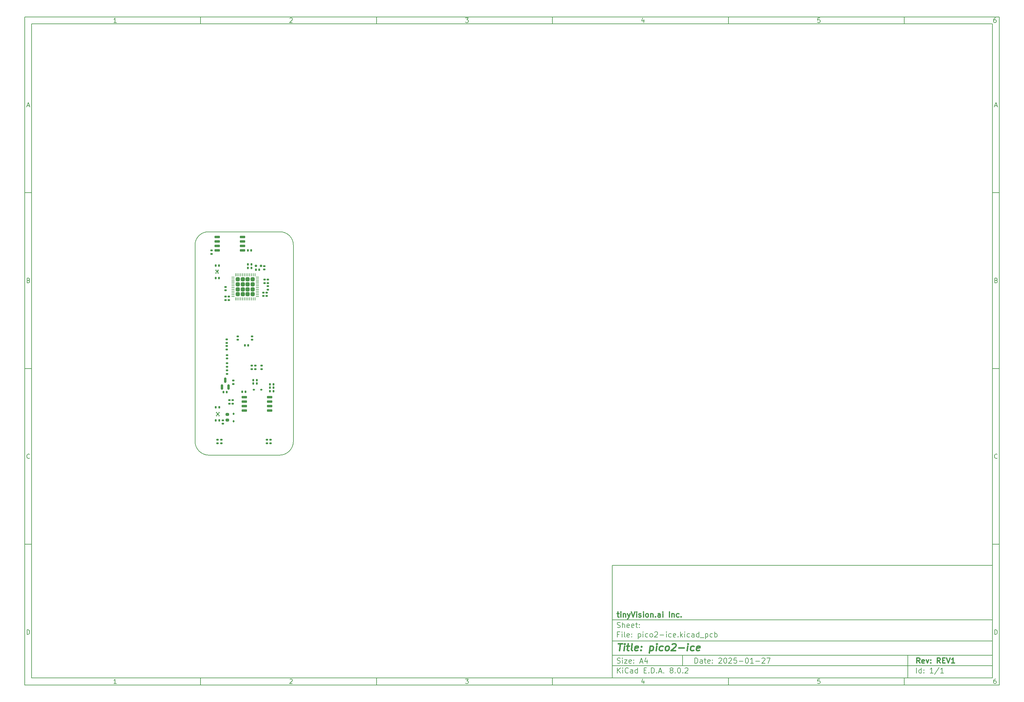
<source format=gbr>
%TF.GenerationSoftware,KiCad,Pcbnew,8.0.2*%
%TF.CreationDate,2025-02-02T23:53:12+05:30*%
%TF.ProjectId,pico2-ice,7069636f-322d-4696-9365-2e6b69636164,REV1*%
%TF.SameCoordinates,Original*%
%TF.FileFunction,Paste,Bot*%
%TF.FilePolarity,Positive*%
%FSLAX46Y46*%
G04 Gerber Fmt 4.6, Leading zero omitted, Abs format (unit mm)*
G04 Created by KiCad (PCBNEW 8.0.2) date 2025-02-02 23:53:12*
%MOMM*%
%LPD*%
G01*
G04 APERTURE LIST*
G04 Aperture macros list*
%AMRoundRect*
0 Rectangle with rounded corners*
0 $1 Rounding radius*
0 $2 $3 $4 $5 $6 $7 $8 $9 X,Y pos of 4 corners*
0 Add a 4 corners polygon primitive as box body*
4,1,4,$2,$3,$4,$5,$6,$7,$8,$9,$2,$3,0*
0 Add four circle primitives for the rounded corners*
1,1,$1+$1,$2,$3*
1,1,$1+$1,$4,$5*
1,1,$1+$1,$6,$7*
1,1,$1+$1,$8,$9*
0 Add four rect primitives between the rounded corners*
20,1,$1+$1,$2,$3,$4,$5,0*
20,1,$1+$1,$4,$5,$6,$7,0*
20,1,$1+$1,$6,$7,$8,$9,0*
20,1,$1+$1,$8,$9,$2,$3,0*%
%AMRotRect*
0 Rectangle, with rotation*
0 The origin of the aperture is its center*
0 $1 length*
0 $2 width*
0 $3 Rotation angle, in degrees counterclockwise*
0 Add horizontal line*
21,1,$1,$2,0,0,$3*%
%AMFreePoly0*
4,1,6,0.130000,-0.115000,-0.020000,-0.275000,-0.130000,-0.275000,-0.130000,0.115000,0.130000,0.115000,0.130000,-0.115000,0.130000,-0.115000,$1*%
%AMFreePoly1*
4,1,6,0.130000,-0.275000,0.020000,-0.275000,-0.130000,-0.115000,-0.130000,0.115000,0.130000,0.115000,0.130000,-0.275000,0.130000,-0.275000,$1*%
G04 Aperture macros list end*
%ADD10C,0.100000*%
%ADD11C,0.150000*%
%ADD12C,0.300000*%
%ADD13C,0.400000*%
%ADD14RoundRect,0.140000X0.140000X0.170000X-0.140000X0.170000X-0.140000X-0.170000X0.140000X-0.170000X0*%
%ADD15RoundRect,0.135000X0.135000X0.185000X-0.135000X0.185000X-0.135000X-0.185000X0.135000X-0.185000X0*%
%ADD16RoundRect,0.140000X0.170000X-0.140000X0.170000X0.140000X-0.170000X0.140000X-0.170000X-0.140000X0*%
%ADD17RoundRect,0.200000X0.275000X-0.200000X0.275000X0.200000X-0.275000X0.200000X-0.275000X-0.200000X0*%
%ADD18RoundRect,0.140000X-0.170000X0.140000X-0.170000X-0.140000X0.170000X-0.140000X0.170000X0.140000X0*%
%ADD19RoundRect,0.140000X-0.140000X-0.170000X0.140000X-0.170000X0.140000X0.170000X-0.140000X0.170000X0*%
%ADD20RoundRect,0.135000X-0.135000X-0.185000X0.135000X-0.185000X0.135000X0.185000X-0.135000X0.185000X0*%
%ADD21RoundRect,0.150000X-0.650000X-0.150000X0.650000X-0.150000X0.650000X0.150000X-0.650000X0.150000X0*%
%ADD22RoundRect,0.135000X0.185000X-0.135000X0.185000X0.135000X-0.185000X0.135000X-0.185000X-0.135000X0*%
%ADD23RoundRect,0.135000X-0.185000X0.135000X-0.185000X-0.135000X0.185000X-0.135000X0.185000X0.135000X0*%
%ADD24RoundRect,0.150000X0.650000X0.150000X-0.650000X0.150000X-0.650000X-0.150000X0.650000X-0.150000X0*%
%ADD25RoundRect,0.112500X-0.112500X0.187500X-0.112500X-0.187500X0.112500X-0.187500X0.112500X0.187500X0*%
%ADD26RoundRect,0.150000X0.150000X-0.587500X0.150000X0.587500X-0.150000X0.587500X-0.150000X-0.587500X0*%
%ADD27RoundRect,0.112500X0.187500X0.112500X-0.187500X0.112500X-0.187500X-0.112500X0.187500X-0.112500X0*%
%ADD28RoundRect,0.150000X0.150000X0.200000X-0.150000X0.200000X-0.150000X-0.200000X0.150000X-0.200000X0*%
%ADD29RoundRect,0.250000X-0.315000X-0.315000X0.315000X-0.315000X0.315000X0.315000X-0.315000X0.315000X0*%
%ADD30RoundRect,0.062500X-0.375000X-0.062500X0.375000X-0.062500X0.375000X0.062500X-0.375000X0.062500X0*%
%ADD31RoundRect,0.062500X-0.062500X-0.375000X0.062500X-0.375000X0.062500X0.375000X-0.062500X0.375000X0*%
%ADD32FreePoly0,180.000000*%
%ADD33FreePoly1,180.000000*%
%ADD34FreePoly0,0.000000*%
%ADD35FreePoly1,0.000000*%
%ADD36RotRect,0.520000X0.520000X315.000000*%
%ADD37RotRect,0.520000X0.520000X135.000000*%
%TA.AperFunction,Profile*%
%ADD38C,0.127000*%
%TD*%
G04 APERTURE END LIST*
D10*
D11*
X177002200Y-166007200D02*
X285002200Y-166007200D01*
X285002200Y-198007200D01*
X177002200Y-198007200D01*
X177002200Y-166007200D01*
D10*
D11*
X10000000Y-10000000D02*
X287002200Y-10000000D01*
X287002200Y-200007200D01*
X10000000Y-200007200D01*
X10000000Y-10000000D01*
D10*
D11*
X12000000Y-12000000D02*
X285002200Y-12000000D01*
X285002200Y-198007200D01*
X12000000Y-198007200D01*
X12000000Y-12000000D01*
D10*
D11*
X60000000Y-12000000D02*
X60000000Y-10000000D01*
D10*
D11*
X110000000Y-12000000D02*
X110000000Y-10000000D01*
D10*
D11*
X160000000Y-12000000D02*
X160000000Y-10000000D01*
D10*
D11*
X210000000Y-12000000D02*
X210000000Y-10000000D01*
D10*
D11*
X260000000Y-12000000D02*
X260000000Y-10000000D01*
D10*
D11*
X36089160Y-11593604D02*
X35346303Y-11593604D01*
X35717731Y-11593604D02*
X35717731Y-10293604D01*
X35717731Y-10293604D02*
X35593922Y-10479319D01*
X35593922Y-10479319D02*
X35470112Y-10603128D01*
X35470112Y-10603128D02*
X35346303Y-10665033D01*
D10*
D11*
X85346303Y-10417414D02*
X85408207Y-10355509D01*
X85408207Y-10355509D02*
X85532017Y-10293604D01*
X85532017Y-10293604D02*
X85841541Y-10293604D01*
X85841541Y-10293604D02*
X85965350Y-10355509D01*
X85965350Y-10355509D02*
X86027255Y-10417414D01*
X86027255Y-10417414D02*
X86089160Y-10541223D01*
X86089160Y-10541223D02*
X86089160Y-10665033D01*
X86089160Y-10665033D02*
X86027255Y-10850747D01*
X86027255Y-10850747D02*
X85284398Y-11593604D01*
X85284398Y-11593604D02*
X86089160Y-11593604D01*
D10*
D11*
X135284398Y-10293604D02*
X136089160Y-10293604D01*
X136089160Y-10293604D02*
X135655826Y-10788842D01*
X135655826Y-10788842D02*
X135841541Y-10788842D01*
X135841541Y-10788842D02*
X135965350Y-10850747D01*
X135965350Y-10850747D02*
X136027255Y-10912652D01*
X136027255Y-10912652D02*
X136089160Y-11036461D01*
X136089160Y-11036461D02*
X136089160Y-11345985D01*
X136089160Y-11345985D02*
X136027255Y-11469795D01*
X136027255Y-11469795D02*
X135965350Y-11531700D01*
X135965350Y-11531700D02*
X135841541Y-11593604D01*
X135841541Y-11593604D02*
X135470112Y-11593604D01*
X135470112Y-11593604D02*
X135346303Y-11531700D01*
X135346303Y-11531700D02*
X135284398Y-11469795D01*
D10*
D11*
X185965350Y-10726938D02*
X185965350Y-11593604D01*
X185655826Y-10231700D02*
X185346303Y-11160271D01*
X185346303Y-11160271D02*
X186151064Y-11160271D01*
D10*
D11*
X236027255Y-10293604D02*
X235408207Y-10293604D01*
X235408207Y-10293604D02*
X235346303Y-10912652D01*
X235346303Y-10912652D02*
X235408207Y-10850747D01*
X235408207Y-10850747D02*
X235532017Y-10788842D01*
X235532017Y-10788842D02*
X235841541Y-10788842D01*
X235841541Y-10788842D02*
X235965350Y-10850747D01*
X235965350Y-10850747D02*
X236027255Y-10912652D01*
X236027255Y-10912652D02*
X236089160Y-11036461D01*
X236089160Y-11036461D02*
X236089160Y-11345985D01*
X236089160Y-11345985D02*
X236027255Y-11469795D01*
X236027255Y-11469795D02*
X235965350Y-11531700D01*
X235965350Y-11531700D02*
X235841541Y-11593604D01*
X235841541Y-11593604D02*
X235532017Y-11593604D01*
X235532017Y-11593604D02*
X235408207Y-11531700D01*
X235408207Y-11531700D02*
X235346303Y-11469795D01*
D10*
D11*
X285965350Y-10293604D02*
X285717731Y-10293604D01*
X285717731Y-10293604D02*
X285593922Y-10355509D01*
X285593922Y-10355509D02*
X285532017Y-10417414D01*
X285532017Y-10417414D02*
X285408207Y-10603128D01*
X285408207Y-10603128D02*
X285346303Y-10850747D01*
X285346303Y-10850747D02*
X285346303Y-11345985D01*
X285346303Y-11345985D02*
X285408207Y-11469795D01*
X285408207Y-11469795D02*
X285470112Y-11531700D01*
X285470112Y-11531700D02*
X285593922Y-11593604D01*
X285593922Y-11593604D02*
X285841541Y-11593604D01*
X285841541Y-11593604D02*
X285965350Y-11531700D01*
X285965350Y-11531700D02*
X286027255Y-11469795D01*
X286027255Y-11469795D02*
X286089160Y-11345985D01*
X286089160Y-11345985D02*
X286089160Y-11036461D01*
X286089160Y-11036461D02*
X286027255Y-10912652D01*
X286027255Y-10912652D02*
X285965350Y-10850747D01*
X285965350Y-10850747D02*
X285841541Y-10788842D01*
X285841541Y-10788842D02*
X285593922Y-10788842D01*
X285593922Y-10788842D02*
X285470112Y-10850747D01*
X285470112Y-10850747D02*
X285408207Y-10912652D01*
X285408207Y-10912652D02*
X285346303Y-11036461D01*
D10*
D11*
X60000000Y-198007200D02*
X60000000Y-200007200D01*
D10*
D11*
X110000000Y-198007200D02*
X110000000Y-200007200D01*
D10*
D11*
X160000000Y-198007200D02*
X160000000Y-200007200D01*
D10*
D11*
X210000000Y-198007200D02*
X210000000Y-200007200D01*
D10*
D11*
X260000000Y-198007200D02*
X260000000Y-200007200D01*
D10*
D11*
X36089160Y-199600804D02*
X35346303Y-199600804D01*
X35717731Y-199600804D02*
X35717731Y-198300804D01*
X35717731Y-198300804D02*
X35593922Y-198486519D01*
X35593922Y-198486519D02*
X35470112Y-198610328D01*
X35470112Y-198610328D02*
X35346303Y-198672233D01*
D10*
D11*
X85346303Y-198424614D02*
X85408207Y-198362709D01*
X85408207Y-198362709D02*
X85532017Y-198300804D01*
X85532017Y-198300804D02*
X85841541Y-198300804D01*
X85841541Y-198300804D02*
X85965350Y-198362709D01*
X85965350Y-198362709D02*
X86027255Y-198424614D01*
X86027255Y-198424614D02*
X86089160Y-198548423D01*
X86089160Y-198548423D02*
X86089160Y-198672233D01*
X86089160Y-198672233D02*
X86027255Y-198857947D01*
X86027255Y-198857947D02*
X85284398Y-199600804D01*
X85284398Y-199600804D02*
X86089160Y-199600804D01*
D10*
D11*
X135284398Y-198300804D02*
X136089160Y-198300804D01*
X136089160Y-198300804D02*
X135655826Y-198796042D01*
X135655826Y-198796042D02*
X135841541Y-198796042D01*
X135841541Y-198796042D02*
X135965350Y-198857947D01*
X135965350Y-198857947D02*
X136027255Y-198919852D01*
X136027255Y-198919852D02*
X136089160Y-199043661D01*
X136089160Y-199043661D02*
X136089160Y-199353185D01*
X136089160Y-199353185D02*
X136027255Y-199476995D01*
X136027255Y-199476995D02*
X135965350Y-199538900D01*
X135965350Y-199538900D02*
X135841541Y-199600804D01*
X135841541Y-199600804D02*
X135470112Y-199600804D01*
X135470112Y-199600804D02*
X135346303Y-199538900D01*
X135346303Y-199538900D02*
X135284398Y-199476995D01*
D10*
D11*
X185965350Y-198734138D02*
X185965350Y-199600804D01*
X185655826Y-198238900D02*
X185346303Y-199167471D01*
X185346303Y-199167471D02*
X186151064Y-199167471D01*
D10*
D11*
X236027255Y-198300804D02*
X235408207Y-198300804D01*
X235408207Y-198300804D02*
X235346303Y-198919852D01*
X235346303Y-198919852D02*
X235408207Y-198857947D01*
X235408207Y-198857947D02*
X235532017Y-198796042D01*
X235532017Y-198796042D02*
X235841541Y-198796042D01*
X235841541Y-198796042D02*
X235965350Y-198857947D01*
X235965350Y-198857947D02*
X236027255Y-198919852D01*
X236027255Y-198919852D02*
X236089160Y-199043661D01*
X236089160Y-199043661D02*
X236089160Y-199353185D01*
X236089160Y-199353185D02*
X236027255Y-199476995D01*
X236027255Y-199476995D02*
X235965350Y-199538900D01*
X235965350Y-199538900D02*
X235841541Y-199600804D01*
X235841541Y-199600804D02*
X235532017Y-199600804D01*
X235532017Y-199600804D02*
X235408207Y-199538900D01*
X235408207Y-199538900D02*
X235346303Y-199476995D01*
D10*
D11*
X285965350Y-198300804D02*
X285717731Y-198300804D01*
X285717731Y-198300804D02*
X285593922Y-198362709D01*
X285593922Y-198362709D02*
X285532017Y-198424614D01*
X285532017Y-198424614D02*
X285408207Y-198610328D01*
X285408207Y-198610328D02*
X285346303Y-198857947D01*
X285346303Y-198857947D02*
X285346303Y-199353185D01*
X285346303Y-199353185D02*
X285408207Y-199476995D01*
X285408207Y-199476995D02*
X285470112Y-199538900D01*
X285470112Y-199538900D02*
X285593922Y-199600804D01*
X285593922Y-199600804D02*
X285841541Y-199600804D01*
X285841541Y-199600804D02*
X285965350Y-199538900D01*
X285965350Y-199538900D02*
X286027255Y-199476995D01*
X286027255Y-199476995D02*
X286089160Y-199353185D01*
X286089160Y-199353185D02*
X286089160Y-199043661D01*
X286089160Y-199043661D02*
X286027255Y-198919852D01*
X286027255Y-198919852D02*
X285965350Y-198857947D01*
X285965350Y-198857947D02*
X285841541Y-198796042D01*
X285841541Y-198796042D02*
X285593922Y-198796042D01*
X285593922Y-198796042D02*
X285470112Y-198857947D01*
X285470112Y-198857947D02*
X285408207Y-198919852D01*
X285408207Y-198919852D02*
X285346303Y-199043661D01*
D10*
D11*
X10000000Y-60000000D02*
X12000000Y-60000000D01*
D10*
D11*
X10000000Y-110000000D02*
X12000000Y-110000000D01*
D10*
D11*
X10000000Y-160000000D02*
X12000000Y-160000000D01*
D10*
D11*
X10690476Y-35222176D02*
X11309523Y-35222176D01*
X10566666Y-35593604D02*
X10999999Y-34293604D01*
X10999999Y-34293604D02*
X11433333Y-35593604D01*
D10*
D11*
X11092857Y-84912652D02*
X11278571Y-84974557D01*
X11278571Y-84974557D02*
X11340476Y-85036461D01*
X11340476Y-85036461D02*
X11402380Y-85160271D01*
X11402380Y-85160271D02*
X11402380Y-85345985D01*
X11402380Y-85345985D02*
X11340476Y-85469795D01*
X11340476Y-85469795D02*
X11278571Y-85531700D01*
X11278571Y-85531700D02*
X11154761Y-85593604D01*
X11154761Y-85593604D02*
X10659523Y-85593604D01*
X10659523Y-85593604D02*
X10659523Y-84293604D01*
X10659523Y-84293604D02*
X11092857Y-84293604D01*
X11092857Y-84293604D02*
X11216666Y-84355509D01*
X11216666Y-84355509D02*
X11278571Y-84417414D01*
X11278571Y-84417414D02*
X11340476Y-84541223D01*
X11340476Y-84541223D02*
X11340476Y-84665033D01*
X11340476Y-84665033D02*
X11278571Y-84788842D01*
X11278571Y-84788842D02*
X11216666Y-84850747D01*
X11216666Y-84850747D02*
X11092857Y-84912652D01*
X11092857Y-84912652D02*
X10659523Y-84912652D01*
D10*
D11*
X11402380Y-135469795D02*
X11340476Y-135531700D01*
X11340476Y-135531700D02*
X11154761Y-135593604D01*
X11154761Y-135593604D02*
X11030952Y-135593604D01*
X11030952Y-135593604D02*
X10845238Y-135531700D01*
X10845238Y-135531700D02*
X10721428Y-135407890D01*
X10721428Y-135407890D02*
X10659523Y-135284080D01*
X10659523Y-135284080D02*
X10597619Y-135036461D01*
X10597619Y-135036461D02*
X10597619Y-134850747D01*
X10597619Y-134850747D02*
X10659523Y-134603128D01*
X10659523Y-134603128D02*
X10721428Y-134479319D01*
X10721428Y-134479319D02*
X10845238Y-134355509D01*
X10845238Y-134355509D02*
X11030952Y-134293604D01*
X11030952Y-134293604D02*
X11154761Y-134293604D01*
X11154761Y-134293604D02*
X11340476Y-134355509D01*
X11340476Y-134355509D02*
X11402380Y-134417414D01*
D10*
D11*
X10659523Y-185593604D02*
X10659523Y-184293604D01*
X10659523Y-184293604D02*
X10969047Y-184293604D01*
X10969047Y-184293604D02*
X11154761Y-184355509D01*
X11154761Y-184355509D02*
X11278571Y-184479319D01*
X11278571Y-184479319D02*
X11340476Y-184603128D01*
X11340476Y-184603128D02*
X11402380Y-184850747D01*
X11402380Y-184850747D02*
X11402380Y-185036461D01*
X11402380Y-185036461D02*
X11340476Y-185284080D01*
X11340476Y-185284080D02*
X11278571Y-185407890D01*
X11278571Y-185407890D02*
X11154761Y-185531700D01*
X11154761Y-185531700D02*
X10969047Y-185593604D01*
X10969047Y-185593604D02*
X10659523Y-185593604D01*
D10*
D11*
X287002200Y-60000000D02*
X285002200Y-60000000D01*
D10*
D11*
X287002200Y-110000000D02*
X285002200Y-110000000D01*
D10*
D11*
X287002200Y-160000000D02*
X285002200Y-160000000D01*
D10*
D11*
X285692676Y-35222176D02*
X286311723Y-35222176D01*
X285568866Y-35593604D02*
X286002199Y-34293604D01*
X286002199Y-34293604D02*
X286435533Y-35593604D01*
D10*
D11*
X286095057Y-84912652D02*
X286280771Y-84974557D01*
X286280771Y-84974557D02*
X286342676Y-85036461D01*
X286342676Y-85036461D02*
X286404580Y-85160271D01*
X286404580Y-85160271D02*
X286404580Y-85345985D01*
X286404580Y-85345985D02*
X286342676Y-85469795D01*
X286342676Y-85469795D02*
X286280771Y-85531700D01*
X286280771Y-85531700D02*
X286156961Y-85593604D01*
X286156961Y-85593604D02*
X285661723Y-85593604D01*
X285661723Y-85593604D02*
X285661723Y-84293604D01*
X285661723Y-84293604D02*
X286095057Y-84293604D01*
X286095057Y-84293604D02*
X286218866Y-84355509D01*
X286218866Y-84355509D02*
X286280771Y-84417414D01*
X286280771Y-84417414D02*
X286342676Y-84541223D01*
X286342676Y-84541223D02*
X286342676Y-84665033D01*
X286342676Y-84665033D02*
X286280771Y-84788842D01*
X286280771Y-84788842D02*
X286218866Y-84850747D01*
X286218866Y-84850747D02*
X286095057Y-84912652D01*
X286095057Y-84912652D02*
X285661723Y-84912652D01*
D10*
D11*
X286404580Y-135469795D02*
X286342676Y-135531700D01*
X286342676Y-135531700D02*
X286156961Y-135593604D01*
X286156961Y-135593604D02*
X286033152Y-135593604D01*
X286033152Y-135593604D02*
X285847438Y-135531700D01*
X285847438Y-135531700D02*
X285723628Y-135407890D01*
X285723628Y-135407890D02*
X285661723Y-135284080D01*
X285661723Y-135284080D02*
X285599819Y-135036461D01*
X285599819Y-135036461D02*
X285599819Y-134850747D01*
X285599819Y-134850747D02*
X285661723Y-134603128D01*
X285661723Y-134603128D02*
X285723628Y-134479319D01*
X285723628Y-134479319D02*
X285847438Y-134355509D01*
X285847438Y-134355509D02*
X286033152Y-134293604D01*
X286033152Y-134293604D02*
X286156961Y-134293604D01*
X286156961Y-134293604D02*
X286342676Y-134355509D01*
X286342676Y-134355509D02*
X286404580Y-134417414D01*
D10*
D11*
X285661723Y-185593604D02*
X285661723Y-184293604D01*
X285661723Y-184293604D02*
X285971247Y-184293604D01*
X285971247Y-184293604D02*
X286156961Y-184355509D01*
X286156961Y-184355509D02*
X286280771Y-184479319D01*
X286280771Y-184479319D02*
X286342676Y-184603128D01*
X286342676Y-184603128D02*
X286404580Y-184850747D01*
X286404580Y-184850747D02*
X286404580Y-185036461D01*
X286404580Y-185036461D02*
X286342676Y-185284080D01*
X286342676Y-185284080D02*
X286280771Y-185407890D01*
X286280771Y-185407890D02*
X286156961Y-185531700D01*
X286156961Y-185531700D02*
X285971247Y-185593604D01*
X285971247Y-185593604D02*
X285661723Y-185593604D01*
D10*
D11*
X200458026Y-193793328D02*
X200458026Y-192293328D01*
X200458026Y-192293328D02*
X200815169Y-192293328D01*
X200815169Y-192293328D02*
X201029455Y-192364757D01*
X201029455Y-192364757D02*
X201172312Y-192507614D01*
X201172312Y-192507614D02*
X201243741Y-192650471D01*
X201243741Y-192650471D02*
X201315169Y-192936185D01*
X201315169Y-192936185D02*
X201315169Y-193150471D01*
X201315169Y-193150471D02*
X201243741Y-193436185D01*
X201243741Y-193436185D02*
X201172312Y-193579042D01*
X201172312Y-193579042D02*
X201029455Y-193721900D01*
X201029455Y-193721900D02*
X200815169Y-193793328D01*
X200815169Y-193793328D02*
X200458026Y-193793328D01*
X202600884Y-193793328D02*
X202600884Y-193007614D01*
X202600884Y-193007614D02*
X202529455Y-192864757D01*
X202529455Y-192864757D02*
X202386598Y-192793328D01*
X202386598Y-192793328D02*
X202100884Y-192793328D01*
X202100884Y-192793328D02*
X201958026Y-192864757D01*
X202600884Y-193721900D02*
X202458026Y-193793328D01*
X202458026Y-193793328D02*
X202100884Y-193793328D01*
X202100884Y-193793328D02*
X201958026Y-193721900D01*
X201958026Y-193721900D02*
X201886598Y-193579042D01*
X201886598Y-193579042D02*
X201886598Y-193436185D01*
X201886598Y-193436185D02*
X201958026Y-193293328D01*
X201958026Y-193293328D02*
X202100884Y-193221900D01*
X202100884Y-193221900D02*
X202458026Y-193221900D01*
X202458026Y-193221900D02*
X202600884Y-193150471D01*
X203100884Y-192793328D02*
X203672312Y-192793328D01*
X203315169Y-192293328D02*
X203315169Y-193579042D01*
X203315169Y-193579042D02*
X203386598Y-193721900D01*
X203386598Y-193721900D02*
X203529455Y-193793328D01*
X203529455Y-193793328D02*
X203672312Y-193793328D01*
X204743741Y-193721900D02*
X204600884Y-193793328D01*
X204600884Y-193793328D02*
X204315170Y-193793328D01*
X204315170Y-193793328D02*
X204172312Y-193721900D01*
X204172312Y-193721900D02*
X204100884Y-193579042D01*
X204100884Y-193579042D02*
X204100884Y-193007614D01*
X204100884Y-193007614D02*
X204172312Y-192864757D01*
X204172312Y-192864757D02*
X204315170Y-192793328D01*
X204315170Y-192793328D02*
X204600884Y-192793328D01*
X204600884Y-192793328D02*
X204743741Y-192864757D01*
X204743741Y-192864757D02*
X204815170Y-193007614D01*
X204815170Y-193007614D02*
X204815170Y-193150471D01*
X204815170Y-193150471D02*
X204100884Y-193293328D01*
X205458026Y-193650471D02*
X205529455Y-193721900D01*
X205529455Y-193721900D02*
X205458026Y-193793328D01*
X205458026Y-193793328D02*
X205386598Y-193721900D01*
X205386598Y-193721900D02*
X205458026Y-193650471D01*
X205458026Y-193650471D02*
X205458026Y-193793328D01*
X205458026Y-192864757D02*
X205529455Y-192936185D01*
X205529455Y-192936185D02*
X205458026Y-193007614D01*
X205458026Y-193007614D02*
X205386598Y-192936185D01*
X205386598Y-192936185D02*
X205458026Y-192864757D01*
X205458026Y-192864757D02*
X205458026Y-193007614D01*
X207243741Y-192436185D02*
X207315169Y-192364757D01*
X207315169Y-192364757D02*
X207458027Y-192293328D01*
X207458027Y-192293328D02*
X207815169Y-192293328D01*
X207815169Y-192293328D02*
X207958027Y-192364757D01*
X207958027Y-192364757D02*
X208029455Y-192436185D01*
X208029455Y-192436185D02*
X208100884Y-192579042D01*
X208100884Y-192579042D02*
X208100884Y-192721900D01*
X208100884Y-192721900D02*
X208029455Y-192936185D01*
X208029455Y-192936185D02*
X207172312Y-193793328D01*
X207172312Y-193793328D02*
X208100884Y-193793328D01*
X209029455Y-192293328D02*
X209172312Y-192293328D01*
X209172312Y-192293328D02*
X209315169Y-192364757D01*
X209315169Y-192364757D02*
X209386598Y-192436185D01*
X209386598Y-192436185D02*
X209458026Y-192579042D01*
X209458026Y-192579042D02*
X209529455Y-192864757D01*
X209529455Y-192864757D02*
X209529455Y-193221900D01*
X209529455Y-193221900D02*
X209458026Y-193507614D01*
X209458026Y-193507614D02*
X209386598Y-193650471D01*
X209386598Y-193650471D02*
X209315169Y-193721900D01*
X209315169Y-193721900D02*
X209172312Y-193793328D01*
X209172312Y-193793328D02*
X209029455Y-193793328D01*
X209029455Y-193793328D02*
X208886598Y-193721900D01*
X208886598Y-193721900D02*
X208815169Y-193650471D01*
X208815169Y-193650471D02*
X208743740Y-193507614D01*
X208743740Y-193507614D02*
X208672312Y-193221900D01*
X208672312Y-193221900D02*
X208672312Y-192864757D01*
X208672312Y-192864757D02*
X208743740Y-192579042D01*
X208743740Y-192579042D02*
X208815169Y-192436185D01*
X208815169Y-192436185D02*
X208886598Y-192364757D01*
X208886598Y-192364757D02*
X209029455Y-192293328D01*
X210100883Y-192436185D02*
X210172311Y-192364757D01*
X210172311Y-192364757D02*
X210315169Y-192293328D01*
X210315169Y-192293328D02*
X210672311Y-192293328D01*
X210672311Y-192293328D02*
X210815169Y-192364757D01*
X210815169Y-192364757D02*
X210886597Y-192436185D01*
X210886597Y-192436185D02*
X210958026Y-192579042D01*
X210958026Y-192579042D02*
X210958026Y-192721900D01*
X210958026Y-192721900D02*
X210886597Y-192936185D01*
X210886597Y-192936185D02*
X210029454Y-193793328D01*
X210029454Y-193793328D02*
X210958026Y-193793328D01*
X212315168Y-192293328D02*
X211600882Y-192293328D01*
X211600882Y-192293328D02*
X211529454Y-193007614D01*
X211529454Y-193007614D02*
X211600882Y-192936185D01*
X211600882Y-192936185D02*
X211743740Y-192864757D01*
X211743740Y-192864757D02*
X212100882Y-192864757D01*
X212100882Y-192864757D02*
X212243740Y-192936185D01*
X212243740Y-192936185D02*
X212315168Y-193007614D01*
X212315168Y-193007614D02*
X212386597Y-193150471D01*
X212386597Y-193150471D02*
X212386597Y-193507614D01*
X212386597Y-193507614D02*
X212315168Y-193650471D01*
X212315168Y-193650471D02*
X212243740Y-193721900D01*
X212243740Y-193721900D02*
X212100882Y-193793328D01*
X212100882Y-193793328D02*
X211743740Y-193793328D01*
X211743740Y-193793328D02*
X211600882Y-193721900D01*
X211600882Y-193721900D02*
X211529454Y-193650471D01*
X213029453Y-193221900D02*
X214172311Y-193221900D01*
X215172311Y-192293328D02*
X215315168Y-192293328D01*
X215315168Y-192293328D02*
X215458025Y-192364757D01*
X215458025Y-192364757D02*
X215529454Y-192436185D01*
X215529454Y-192436185D02*
X215600882Y-192579042D01*
X215600882Y-192579042D02*
X215672311Y-192864757D01*
X215672311Y-192864757D02*
X215672311Y-193221900D01*
X215672311Y-193221900D02*
X215600882Y-193507614D01*
X215600882Y-193507614D02*
X215529454Y-193650471D01*
X215529454Y-193650471D02*
X215458025Y-193721900D01*
X215458025Y-193721900D02*
X215315168Y-193793328D01*
X215315168Y-193793328D02*
X215172311Y-193793328D01*
X215172311Y-193793328D02*
X215029454Y-193721900D01*
X215029454Y-193721900D02*
X214958025Y-193650471D01*
X214958025Y-193650471D02*
X214886596Y-193507614D01*
X214886596Y-193507614D02*
X214815168Y-193221900D01*
X214815168Y-193221900D02*
X214815168Y-192864757D01*
X214815168Y-192864757D02*
X214886596Y-192579042D01*
X214886596Y-192579042D02*
X214958025Y-192436185D01*
X214958025Y-192436185D02*
X215029454Y-192364757D01*
X215029454Y-192364757D02*
X215172311Y-192293328D01*
X217100882Y-193793328D02*
X216243739Y-193793328D01*
X216672310Y-193793328D02*
X216672310Y-192293328D01*
X216672310Y-192293328D02*
X216529453Y-192507614D01*
X216529453Y-192507614D02*
X216386596Y-192650471D01*
X216386596Y-192650471D02*
X216243739Y-192721900D01*
X217743738Y-193221900D02*
X218886596Y-193221900D01*
X219529453Y-192436185D02*
X219600881Y-192364757D01*
X219600881Y-192364757D02*
X219743739Y-192293328D01*
X219743739Y-192293328D02*
X220100881Y-192293328D01*
X220100881Y-192293328D02*
X220243739Y-192364757D01*
X220243739Y-192364757D02*
X220315167Y-192436185D01*
X220315167Y-192436185D02*
X220386596Y-192579042D01*
X220386596Y-192579042D02*
X220386596Y-192721900D01*
X220386596Y-192721900D02*
X220315167Y-192936185D01*
X220315167Y-192936185D02*
X219458024Y-193793328D01*
X219458024Y-193793328D02*
X220386596Y-193793328D01*
X220886595Y-192293328D02*
X221886595Y-192293328D01*
X221886595Y-192293328D02*
X221243738Y-193793328D01*
D10*
D11*
X177002200Y-194507200D02*
X285002200Y-194507200D01*
D10*
D11*
X178458026Y-196593328D02*
X178458026Y-195093328D01*
X179315169Y-196593328D02*
X178672312Y-195736185D01*
X179315169Y-195093328D02*
X178458026Y-195950471D01*
X179958026Y-196593328D02*
X179958026Y-195593328D01*
X179958026Y-195093328D02*
X179886598Y-195164757D01*
X179886598Y-195164757D02*
X179958026Y-195236185D01*
X179958026Y-195236185D02*
X180029455Y-195164757D01*
X180029455Y-195164757D02*
X179958026Y-195093328D01*
X179958026Y-195093328D02*
X179958026Y-195236185D01*
X181529455Y-196450471D02*
X181458027Y-196521900D01*
X181458027Y-196521900D02*
X181243741Y-196593328D01*
X181243741Y-196593328D02*
X181100884Y-196593328D01*
X181100884Y-196593328D02*
X180886598Y-196521900D01*
X180886598Y-196521900D02*
X180743741Y-196379042D01*
X180743741Y-196379042D02*
X180672312Y-196236185D01*
X180672312Y-196236185D02*
X180600884Y-195950471D01*
X180600884Y-195950471D02*
X180600884Y-195736185D01*
X180600884Y-195736185D02*
X180672312Y-195450471D01*
X180672312Y-195450471D02*
X180743741Y-195307614D01*
X180743741Y-195307614D02*
X180886598Y-195164757D01*
X180886598Y-195164757D02*
X181100884Y-195093328D01*
X181100884Y-195093328D02*
X181243741Y-195093328D01*
X181243741Y-195093328D02*
X181458027Y-195164757D01*
X181458027Y-195164757D02*
X181529455Y-195236185D01*
X182815170Y-196593328D02*
X182815170Y-195807614D01*
X182815170Y-195807614D02*
X182743741Y-195664757D01*
X182743741Y-195664757D02*
X182600884Y-195593328D01*
X182600884Y-195593328D02*
X182315170Y-195593328D01*
X182315170Y-195593328D02*
X182172312Y-195664757D01*
X182815170Y-196521900D02*
X182672312Y-196593328D01*
X182672312Y-196593328D02*
X182315170Y-196593328D01*
X182315170Y-196593328D02*
X182172312Y-196521900D01*
X182172312Y-196521900D02*
X182100884Y-196379042D01*
X182100884Y-196379042D02*
X182100884Y-196236185D01*
X182100884Y-196236185D02*
X182172312Y-196093328D01*
X182172312Y-196093328D02*
X182315170Y-196021900D01*
X182315170Y-196021900D02*
X182672312Y-196021900D01*
X182672312Y-196021900D02*
X182815170Y-195950471D01*
X184172313Y-196593328D02*
X184172313Y-195093328D01*
X184172313Y-196521900D02*
X184029455Y-196593328D01*
X184029455Y-196593328D02*
X183743741Y-196593328D01*
X183743741Y-196593328D02*
X183600884Y-196521900D01*
X183600884Y-196521900D02*
X183529455Y-196450471D01*
X183529455Y-196450471D02*
X183458027Y-196307614D01*
X183458027Y-196307614D02*
X183458027Y-195879042D01*
X183458027Y-195879042D02*
X183529455Y-195736185D01*
X183529455Y-195736185D02*
X183600884Y-195664757D01*
X183600884Y-195664757D02*
X183743741Y-195593328D01*
X183743741Y-195593328D02*
X184029455Y-195593328D01*
X184029455Y-195593328D02*
X184172313Y-195664757D01*
X186029455Y-195807614D02*
X186529455Y-195807614D01*
X186743741Y-196593328D02*
X186029455Y-196593328D01*
X186029455Y-196593328D02*
X186029455Y-195093328D01*
X186029455Y-195093328D02*
X186743741Y-195093328D01*
X187386598Y-196450471D02*
X187458027Y-196521900D01*
X187458027Y-196521900D02*
X187386598Y-196593328D01*
X187386598Y-196593328D02*
X187315170Y-196521900D01*
X187315170Y-196521900D02*
X187386598Y-196450471D01*
X187386598Y-196450471D02*
X187386598Y-196593328D01*
X188100884Y-196593328D02*
X188100884Y-195093328D01*
X188100884Y-195093328D02*
X188458027Y-195093328D01*
X188458027Y-195093328D02*
X188672313Y-195164757D01*
X188672313Y-195164757D02*
X188815170Y-195307614D01*
X188815170Y-195307614D02*
X188886599Y-195450471D01*
X188886599Y-195450471D02*
X188958027Y-195736185D01*
X188958027Y-195736185D02*
X188958027Y-195950471D01*
X188958027Y-195950471D02*
X188886599Y-196236185D01*
X188886599Y-196236185D02*
X188815170Y-196379042D01*
X188815170Y-196379042D02*
X188672313Y-196521900D01*
X188672313Y-196521900D02*
X188458027Y-196593328D01*
X188458027Y-196593328D02*
X188100884Y-196593328D01*
X189600884Y-196450471D02*
X189672313Y-196521900D01*
X189672313Y-196521900D02*
X189600884Y-196593328D01*
X189600884Y-196593328D02*
X189529456Y-196521900D01*
X189529456Y-196521900D02*
X189600884Y-196450471D01*
X189600884Y-196450471D02*
X189600884Y-196593328D01*
X190243742Y-196164757D02*
X190958028Y-196164757D01*
X190100885Y-196593328D02*
X190600885Y-195093328D01*
X190600885Y-195093328D02*
X191100885Y-196593328D01*
X191600884Y-196450471D02*
X191672313Y-196521900D01*
X191672313Y-196521900D02*
X191600884Y-196593328D01*
X191600884Y-196593328D02*
X191529456Y-196521900D01*
X191529456Y-196521900D02*
X191600884Y-196450471D01*
X191600884Y-196450471D02*
X191600884Y-196593328D01*
X193672313Y-195736185D02*
X193529456Y-195664757D01*
X193529456Y-195664757D02*
X193458027Y-195593328D01*
X193458027Y-195593328D02*
X193386599Y-195450471D01*
X193386599Y-195450471D02*
X193386599Y-195379042D01*
X193386599Y-195379042D02*
X193458027Y-195236185D01*
X193458027Y-195236185D02*
X193529456Y-195164757D01*
X193529456Y-195164757D02*
X193672313Y-195093328D01*
X193672313Y-195093328D02*
X193958027Y-195093328D01*
X193958027Y-195093328D02*
X194100885Y-195164757D01*
X194100885Y-195164757D02*
X194172313Y-195236185D01*
X194172313Y-195236185D02*
X194243742Y-195379042D01*
X194243742Y-195379042D02*
X194243742Y-195450471D01*
X194243742Y-195450471D02*
X194172313Y-195593328D01*
X194172313Y-195593328D02*
X194100885Y-195664757D01*
X194100885Y-195664757D02*
X193958027Y-195736185D01*
X193958027Y-195736185D02*
X193672313Y-195736185D01*
X193672313Y-195736185D02*
X193529456Y-195807614D01*
X193529456Y-195807614D02*
X193458027Y-195879042D01*
X193458027Y-195879042D02*
X193386599Y-196021900D01*
X193386599Y-196021900D02*
X193386599Y-196307614D01*
X193386599Y-196307614D02*
X193458027Y-196450471D01*
X193458027Y-196450471D02*
X193529456Y-196521900D01*
X193529456Y-196521900D02*
X193672313Y-196593328D01*
X193672313Y-196593328D02*
X193958027Y-196593328D01*
X193958027Y-196593328D02*
X194100885Y-196521900D01*
X194100885Y-196521900D02*
X194172313Y-196450471D01*
X194172313Y-196450471D02*
X194243742Y-196307614D01*
X194243742Y-196307614D02*
X194243742Y-196021900D01*
X194243742Y-196021900D02*
X194172313Y-195879042D01*
X194172313Y-195879042D02*
X194100885Y-195807614D01*
X194100885Y-195807614D02*
X193958027Y-195736185D01*
X194886598Y-196450471D02*
X194958027Y-196521900D01*
X194958027Y-196521900D02*
X194886598Y-196593328D01*
X194886598Y-196593328D02*
X194815170Y-196521900D01*
X194815170Y-196521900D02*
X194886598Y-196450471D01*
X194886598Y-196450471D02*
X194886598Y-196593328D01*
X195886599Y-195093328D02*
X196029456Y-195093328D01*
X196029456Y-195093328D02*
X196172313Y-195164757D01*
X196172313Y-195164757D02*
X196243742Y-195236185D01*
X196243742Y-195236185D02*
X196315170Y-195379042D01*
X196315170Y-195379042D02*
X196386599Y-195664757D01*
X196386599Y-195664757D02*
X196386599Y-196021900D01*
X196386599Y-196021900D02*
X196315170Y-196307614D01*
X196315170Y-196307614D02*
X196243742Y-196450471D01*
X196243742Y-196450471D02*
X196172313Y-196521900D01*
X196172313Y-196521900D02*
X196029456Y-196593328D01*
X196029456Y-196593328D02*
X195886599Y-196593328D01*
X195886599Y-196593328D02*
X195743742Y-196521900D01*
X195743742Y-196521900D02*
X195672313Y-196450471D01*
X195672313Y-196450471D02*
X195600884Y-196307614D01*
X195600884Y-196307614D02*
X195529456Y-196021900D01*
X195529456Y-196021900D02*
X195529456Y-195664757D01*
X195529456Y-195664757D02*
X195600884Y-195379042D01*
X195600884Y-195379042D02*
X195672313Y-195236185D01*
X195672313Y-195236185D02*
X195743742Y-195164757D01*
X195743742Y-195164757D02*
X195886599Y-195093328D01*
X197029455Y-196450471D02*
X197100884Y-196521900D01*
X197100884Y-196521900D02*
X197029455Y-196593328D01*
X197029455Y-196593328D02*
X196958027Y-196521900D01*
X196958027Y-196521900D02*
X197029455Y-196450471D01*
X197029455Y-196450471D02*
X197029455Y-196593328D01*
X197672313Y-195236185D02*
X197743741Y-195164757D01*
X197743741Y-195164757D02*
X197886599Y-195093328D01*
X197886599Y-195093328D02*
X198243741Y-195093328D01*
X198243741Y-195093328D02*
X198386599Y-195164757D01*
X198386599Y-195164757D02*
X198458027Y-195236185D01*
X198458027Y-195236185D02*
X198529456Y-195379042D01*
X198529456Y-195379042D02*
X198529456Y-195521900D01*
X198529456Y-195521900D02*
X198458027Y-195736185D01*
X198458027Y-195736185D02*
X197600884Y-196593328D01*
X197600884Y-196593328D02*
X198529456Y-196593328D01*
D10*
D11*
X177002200Y-191507200D02*
X285002200Y-191507200D01*
D10*
D12*
X264413853Y-193785528D02*
X263913853Y-193071242D01*
X263556710Y-193785528D02*
X263556710Y-192285528D01*
X263556710Y-192285528D02*
X264128139Y-192285528D01*
X264128139Y-192285528D02*
X264270996Y-192356957D01*
X264270996Y-192356957D02*
X264342425Y-192428385D01*
X264342425Y-192428385D02*
X264413853Y-192571242D01*
X264413853Y-192571242D02*
X264413853Y-192785528D01*
X264413853Y-192785528D02*
X264342425Y-192928385D01*
X264342425Y-192928385D02*
X264270996Y-192999814D01*
X264270996Y-192999814D02*
X264128139Y-193071242D01*
X264128139Y-193071242D02*
X263556710Y-193071242D01*
X265628139Y-193714100D02*
X265485282Y-193785528D01*
X265485282Y-193785528D02*
X265199568Y-193785528D01*
X265199568Y-193785528D02*
X265056710Y-193714100D01*
X265056710Y-193714100D02*
X264985282Y-193571242D01*
X264985282Y-193571242D02*
X264985282Y-192999814D01*
X264985282Y-192999814D02*
X265056710Y-192856957D01*
X265056710Y-192856957D02*
X265199568Y-192785528D01*
X265199568Y-192785528D02*
X265485282Y-192785528D01*
X265485282Y-192785528D02*
X265628139Y-192856957D01*
X265628139Y-192856957D02*
X265699568Y-192999814D01*
X265699568Y-192999814D02*
X265699568Y-193142671D01*
X265699568Y-193142671D02*
X264985282Y-193285528D01*
X266199567Y-192785528D02*
X266556710Y-193785528D01*
X266556710Y-193785528D02*
X266913853Y-192785528D01*
X267485281Y-193642671D02*
X267556710Y-193714100D01*
X267556710Y-193714100D02*
X267485281Y-193785528D01*
X267485281Y-193785528D02*
X267413853Y-193714100D01*
X267413853Y-193714100D02*
X267485281Y-193642671D01*
X267485281Y-193642671D02*
X267485281Y-193785528D01*
X267485281Y-192856957D02*
X267556710Y-192928385D01*
X267556710Y-192928385D02*
X267485281Y-192999814D01*
X267485281Y-192999814D02*
X267413853Y-192928385D01*
X267413853Y-192928385D02*
X267485281Y-192856957D01*
X267485281Y-192856957D02*
X267485281Y-192999814D01*
X270199567Y-193785528D02*
X269699567Y-193071242D01*
X269342424Y-193785528D02*
X269342424Y-192285528D01*
X269342424Y-192285528D02*
X269913853Y-192285528D01*
X269913853Y-192285528D02*
X270056710Y-192356957D01*
X270056710Y-192356957D02*
X270128139Y-192428385D01*
X270128139Y-192428385D02*
X270199567Y-192571242D01*
X270199567Y-192571242D02*
X270199567Y-192785528D01*
X270199567Y-192785528D02*
X270128139Y-192928385D01*
X270128139Y-192928385D02*
X270056710Y-192999814D01*
X270056710Y-192999814D02*
X269913853Y-193071242D01*
X269913853Y-193071242D02*
X269342424Y-193071242D01*
X270842424Y-192999814D02*
X271342424Y-192999814D01*
X271556710Y-193785528D02*
X270842424Y-193785528D01*
X270842424Y-193785528D02*
X270842424Y-192285528D01*
X270842424Y-192285528D02*
X271556710Y-192285528D01*
X271985282Y-192285528D02*
X272485282Y-193785528D01*
X272485282Y-193785528D02*
X272985282Y-192285528D01*
X274270996Y-193785528D02*
X273413853Y-193785528D01*
X273842424Y-193785528D02*
X273842424Y-192285528D01*
X273842424Y-192285528D02*
X273699567Y-192499814D01*
X273699567Y-192499814D02*
X273556710Y-192642671D01*
X273556710Y-192642671D02*
X273413853Y-192714100D01*
D10*
D11*
X178386598Y-193721900D02*
X178600884Y-193793328D01*
X178600884Y-193793328D02*
X178958026Y-193793328D01*
X178958026Y-193793328D02*
X179100884Y-193721900D01*
X179100884Y-193721900D02*
X179172312Y-193650471D01*
X179172312Y-193650471D02*
X179243741Y-193507614D01*
X179243741Y-193507614D02*
X179243741Y-193364757D01*
X179243741Y-193364757D02*
X179172312Y-193221900D01*
X179172312Y-193221900D02*
X179100884Y-193150471D01*
X179100884Y-193150471D02*
X178958026Y-193079042D01*
X178958026Y-193079042D02*
X178672312Y-193007614D01*
X178672312Y-193007614D02*
X178529455Y-192936185D01*
X178529455Y-192936185D02*
X178458026Y-192864757D01*
X178458026Y-192864757D02*
X178386598Y-192721900D01*
X178386598Y-192721900D02*
X178386598Y-192579042D01*
X178386598Y-192579042D02*
X178458026Y-192436185D01*
X178458026Y-192436185D02*
X178529455Y-192364757D01*
X178529455Y-192364757D02*
X178672312Y-192293328D01*
X178672312Y-192293328D02*
X179029455Y-192293328D01*
X179029455Y-192293328D02*
X179243741Y-192364757D01*
X179886597Y-193793328D02*
X179886597Y-192793328D01*
X179886597Y-192293328D02*
X179815169Y-192364757D01*
X179815169Y-192364757D02*
X179886597Y-192436185D01*
X179886597Y-192436185D02*
X179958026Y-192364757D01*
X179958026Y-192364757D02*
X179886597Y-192293328D01*
X179886597Y-192293328D02*
X179886597Y-192436185D01*
X180458026Y-192793328D02*
X181243741Y-192793328D01*
X181243741Y-192793328D02*
X180458026Y-193793328D01*
X180458026Y-193793328D02*
X181243741Y-193793328D01*
X182386598Y-193721900D02*
X182243741Y-193793328D01*
X182243741Y-193793328D02*
X181958027Y-193793328D01*
X181958027Y-193793328D02*
X181815169Y-193721900D01*
X181815169Y-193721900D02*
X181743741Y-193579042D01*
X181743741Y-193579042D02*
X181743741Y-193007614D01*
X181743741Y-193007614D02*
X181815169Y-192864757D01*
X181815169Y-192864757D02*
X181958027Y-192793328D01*
X181958027Y-192793328D02*
X182243741Y-192793328D01*
X182243741Y-192793328D02*
X182386598Y-192864757D01*
X182386598Y-192864757D02*
X182458027Y-193007614D01*
X182458027Y-193007614D02*
X182458027Y-193150471D01*
X182458027Y-193150471D02*
X181743741Y-193293328D01*
X183100883Y-193650471D02*
X183172312Y-193721900D01*
X183172312Y-193721900D02*
X183100883Y-193793328D01*
X183100883Y-193793328D02*
X183029455Y-193721900D01*
X183029455Y-193721900D02*
X183100883Y-193650471D01*
X183100883Y-193650471D02*
X183100883Y-193793328D01*
X183100883Y-192864757D02*
X183172312Y-192936185D01*
X183172312Y-192936185D02*
X183100883Y-193007614D01*
X183100883Y-193007614D02*
X183029455Y-192936185D01*
X183029455Y-192936185D02*
X183100883Y-192864757D01*
X183100883Y-192864757D02*
X183100883Y-193007614D01*
X184886598Y-193364757D02*
X185600884Y-193364757D01*
X184743741Y-193793328D02*
X185243741Y-192293328D01*
X185243741Y-192293328D02*
X185743741Y-193793328D01*
X186886598Y-192793328D02*
X186886598Y-193793328D01*
X186529455Y-192221900D02*
X186172312Y-193293328D01*
X186172312Y-193293328D02*
X187100883Y-193293328D01*
D10*
D11*
X263458026Y-196593328D02*
X263458026Y-195093328D01*
X264815170Y-196593328D02*
X264815170Y-195093328D01*
X264815170Y-196521900D02*
X264672312Y-196593328D01*
X264672312Y-196593328D02*
X264386598Y-196593328D01*
X264386598Y-196593328D02*
X264243741Y-196521900D01*
X264243741Y-196521900D02*
X264172312Y-196450471D01*
X264172312Y-196450471D02*
X264100884Y-196307614D01*
X264100884Y-196307614D02*
X264100884Y-195879042D01*
X264100884Y-195879042D02*
X264172312Y-195736185D01*
X264172312Y-195736185D02*
X264243741Y-195664757D01*
X264243741Y-195664757D02*
X264386598Y-195593328D01*
X264386598Y-195593328D02*
X264672312Y-195593328D01*
X264672312Y-195593328D02*
X264815170Y-195664757D01*
X265529455Y-196450471D02*
X265600884Y-196521900D01*
X265600884Y-196521900D02*
X265529455Y-196593328D01*
X265529455Y-196593328D02*
X265458027Y-196521900D01*
X265458027Y-196521900D02*
X265529455Y-196450471D01*
X265529455Y-196450471D02*
X265529455Y-196593328D01*
X265529455Y-195664757D02*
X265600884Y-195736185D01*
X265600884Y-195736185D02*
X265529455Y-195807614D01*
X265529455Y-195807614D02*
X265458027Y-195736185D01*
X265458027Y-195736185D02*
X265529455Y-195664757D01*
X265529455Y-195664757D02*
X265529455Y-195807614D01*
X268172313Y-196593328D02*
X267315170Y-196593328D01*
X267743741Y-196593328D02*
X267743741Y-195093328D01*
X267743741Y-195093328D02*
X267600884Y-195307614D01*
X267600884Y-195307614D02*
X267458027Y-195450471D01*
X267458027Y-195450471D02*
X267315170Y-195521900D01*
X269886598Y-195021900D02*
X268600884Y-196950471D01*
X271172313Y-196593328D02*
X270315170Y-196593328D01*
X270743741Y-196593328D02*
X270743741Y-195093328D01*
X270743741Y-195093328D02*
X270600884Y-195307614D01*
X270600884Y-195307614D02*
X270458027Y-195450471D01*
X270458027Y-195450471D02*
X270315170Y-195521900D01*
D10*
D11*
X177002200Y-187507200D02*
X285002200Y-187507200D01*
D10*
D13*
X178693928Y-188211638D02*
X179836785Y-188211638D01*
X179015357Y-190211638D02*
X179265357Y-188211638D01*
X180253452Y-190211638D02*
X180420119Y-188878304D01*
X180503452Y-188211638D02*
X180396309Y-188306876D01*
X180396309Y-188306876D02*
X180479643Y-188402114D01*
X180479643Y-188402114D02*
X180586786Y-188306876D01*
X180586786Y-188306876D02*
X180503452Y-188211638D01*
X180503452Y-188211638D02*
X180479643Y-188402114D01*
X181086786Y-188878304D02*
X181848690Y-188878304D01*
X181455833Y-188211638D02*
X181241548Y-189925923D01*
X181241548Y-189925923D02*
X181312976Y-190116400D01*
X181312976Y-190116400D02*
X181491548Y-190211638D01*
X181491548Y-190211638D02*
X181682024Y-190211638D01*
X182634405Y-190211638D02*
X182455833Y-190116400D01*
X182455833Y-190116400D02*
X182384405Y-189925923D01*
X182384405Y-189925923D02*
X182598690Y-188211638D01*
X184170119Y-190116400D02*
X183967738Y-190211638D01*
X183967738Y-190211638D02*
X183586785Y-190211638D01*
X183586785Y-190211638D02*
X183408214Y-190116400D01*
X183408214Y-190116400D02*
X183336785Y-189925923D01*
X183336785Y-189925923D02*
X183432024Y-189164019D01*
X183432024Y-189164019D02*
X183551071Y-188973542D01*
X183551071Y-188973542D02*
X183753452Y-188878304D01*
X183753452Y-188878304D02*
X184134404Y-188878304D01*
X184134404Y-188878304D02*
X184312976Y-188973542D01*
X184312976Y-188973542D02*
X184384404Y-189164019D01*
X184384404Y-189164019D02*
X184360595Y-189354495D01*
X184360595Y-189354495D02*
X183384404Y-189544971D01*
X185134405Y-190021161D02*
X185217738Y-190116400D01*
X185217738Y-190116400D02*
X185110595Y-190211638D01*
X185110595Y-190211638D02*
X185027262Y-190116400D01*
X185027262Y-190116400D02*
X185134405Y-190021161D01*
X185134405Y-190021161D02*
X185110595Y-190211638D01*
X185265357Y-188973542D02*
X185348690Y-189068780D01*
X185348690Y-189068780D02*
X185241548Y-189164019D01*
X185241548Y-189164019D02*
X185158214Y-189068780D01*
X185158214Y-189068780D02*
X185265357Y-188973542D01*
X185265357Y-188973542D02*
X185241548Y-189164019D01*
X187753453Y-188878304D02*
X187503453Y-190878304D01*
X187741548Y-188973542D02*
X187943929Y-188878304D01*
X187943929Y-188878304D02*
X188324881Y-188878304D01*
X188324881Y-188878304D02*
X188503453Y-188973542D01*
X188503453Y-188973542D02*
X188586786Y-189068780D01*
X188586786Y-189068780D02*
X188658215Y-189259257D01*
X188658215Y-189259257D02*
X188586786Y-189830685D01*
X188586786Y-189830685D02*
X188467739Y-190021161D01*
X188467739Y-190021161D02*
X188360596Y-190116400D01*
X188360596Y-190116400D02*
X188158215Y-190211638D01*
X188158215Y-190211638D02*
X187777262Y-190211638D01*
X187777262Y-190211638D02*
X187598691Y-190116400D01*
X189396310Y-190211638D02*
X189562977Y-188878304D01*
X189646310Y-188211638D02*
X189539167Y-188306876D01*
X189539167Y-188306876D02*
X189622501Y-188402114D01*
X189622501Y-188402114D02*
X189729644Y-188306876D01*
X189729644Y-188306876D02*
X189646310Y-188211638D01*
X189646310Y-188211638D02*
X189622501Y-188402114D01*
X191217739Y-190116400D02*
X191015358Y-190211638D01*
X191015358Y-190211638D02*
X190634406Y-190211638D01*
X190634406Y-190211638D02*
X190455834Y-190116400D01*
X190455834Y-190116400D02*
X190372501Y-190021161D01*
X190372501Y-190021161D02*
X190301072Y-189830685D01*
X190301072Y-189830685D02*
X190372501Y-189259257D01*
X190372501Y-189259257D02*
X190491548Y-189068780D01*
X190491548Y-189068780D02*
X190598691Y-188973542D01*
X190598691Y-188973542D02*
X190801072Y-188878304D01*
X190801072Y-188878304D02*
X191182025Y-188878304D01*
X191182025Y-188878304D02*
X191360596Y-188973542D01*
X192348692Y-190211638D02*
X192170120Y-190116400D01*
X192170120Y-190116400D02*
X192086787Y-190021161D01*
X192086787Y-190021161D02*
X192015358Y-189830685D01*
X192015358Y-189830685D02*
X192086787Y-189259257D01*
X192086787Y-189259257D02*
X192205834Y-189068780D01*
X192205834Y-189068780D02*
X192312977Y-188973542D01*
X192312977Y-188973542D02*
X192515358Y-188878304D01*
X192515358Y-188878304D02*
X192801072Y-188878304D01*
X192801072Y-188878304D02*
X192979644Y-188973542D01*
X192979644Y-188973542D02*
X193062977Y-189068780D01*
X193062977Y-189068780D02*
X193134406Y-189259257D01*
X193134406Y-189259257D02*
X193062977Y-189830685D01*
X193062977Y-189830685D02*
X192943930Y-190021161D01*
X192943930Y-190021161D02*
X192836787Y-190116400D01*
X192836787Y-190116400D02*
X192634406Y-190211638D01*
X192634406Y-190211638D02*
X192348692Y-190211638D01*
X194003454Y-188402114D02*
X194110596Y-188306876D01*
X194110596Y-188306876D02*
X194312977Y-188211638D01*
X194312977Y-188211638D02*
X194789168Y-188211638D01*
X194789168Y-188211638D02*
X194967739Y-188306876D01*
X194967739Y-188306876D02*
X195051073Y-188402114D01*
X195051073Y-188402114D02*
X195122501Y-188592590D01*
X195122501Y-188592590D02*
X195098692Y-188783066D01*
X195098692Y-188783066D02*
X194967739Y-189068780D01*
X194967739Y-189068780D02*
X193682025Y-190211638D01*
X193682025Y-190211638D02*
X194920120Y-190211638D01*
X195872501Y-189449733D02*
X197396311Y-189449733D01*
X198253453Y-190211638D02*
X198420120Y-188878304D01*
X198503453Y-188211638D02*
X198396310Y-188306876D01*
X198396310Y-188306876D02*
X198479644Y-188402114D01*
X198479644Y-188402114D02*
X198586787Y-188306876D01*
X198586787Y-188306876D02*
X198503453Y-188211638D01*
X198503453Y-188211638D02*
X198479644Y-188402114D01*
X200074882Y-190116400D02*
X199872501Y-190211638D01*
X199872501Y-190211638D02*
X199491549Y-190211638D01*
X199491549Y-190211638D02*
X199312977Y-190116400D01*
X199312977Y-190116400D02*
X199229644Y-190021161D01*
X199229644Y-190021161D02*
X199158215Y-189830685D01*
X199158215Y-189830685D02*
X199229644Y-189259257D01*
X199229644Y-189259257D02*
X199348691Y-189068780D01*
X199348691Y-189068780D02*
X199455834Y-188973542D01*
X199455834Y-188973542D02*
X199658215Y-188878304D01*
X199658215Y-188878304D02*
X200039168Y-188878304D01*
X200039168Y-188878304D02*
X200217739Y-188973542D01*
X201693930Y-190116400D02*
X201491549Y-190211638D01*
X201491549Y-190211638D02*
X201110596Y-190211638D01*
X201110596Y-190211638D02*
X200932025Y-190116400D01*
X200932025Y-190116400D02*
X200860596Y-189925923D01*
X200860596Y-189925923D02*
X200955835Y-189164019D01*
X200955835Y-189164019D02*
X201074882Y-188973542D01*
X201074882Y-188973542D02*
X201277263Y-188878304D01*
X201277263Y-188878304D02*
X201658215Y-188878304D01*
X201658215Y-188878304D02*
X201836787Y-188973542D01*
X201836787Y-188973542D02*
X201908215Y-189164019D01*
X201908215Y-189164019D02*
X201884406Y-189354495D01*
X201884406Y-189354495D02*
X200908215Y-189544971D01*
D10*
D11*
X178958026Y-185607614D02*
X178458026Y-185607614D01*
X178458026Y-186393328D02*
X178458026Y-184893328D01*
X178458026Y-184893328D02*
X179172312Y-184893328D01*
X179743740Y-186393328D02*
X179743740Y-185393328D01*
X179743740Y-184893328D02*
X179672312Y-184964757D01*
X179672312Y-184964757D02*
X179743740Y-185036185D01*
X179743740Y-185036185D02*
X179815169Y-184964757D01*
X179815169Y-184964757D02*
X179743740Y-184893328D01*
X179743740Y-184893328D02*
X179743740Y-185036185D01*
X180672312Y-186393328D02*
X180529455Y-186321900D01*
X180529455Y-186321900D02*
X180458026Y-186179042D01*
X180458026Y-186179042D02*
X180458026Y-184893328D01*
X181815169Y-186321900D02*
X181672312Y-186393328D01*
X181672312Y-186393328D02*
X181386598Y-186393328D01*
X181386598Y-186393328D02*
X181243740Y-186321900D01*
X181243740Y-186321900D02*
X181172312Y-186179042D01*
X181172312Y-186179042D02*
X181172312Y-185607614D01*
X181172312Y-185607614D02*
X181243740Y-185464757D01*
X181243740Y-185464757D02*
X181386598Y-185393328D01*
X181386598Y-185393328D02*
X181672312Y-185393328D01*
X181672312Y-185393328D02*
X181815169Y-185464757D01*
X181815169Y-185464757D02*
X181886598Y-185607614D01*
X181886598Y-185607614D02*
X181886598Y-185750471D01*
X181886598Y-185750471D02*
X181172312Y-185893328D01*
X182529454Y-186250471D02*
X182600883Y-186321900D01*
X182600883Y-186321900D02*
X182529454Y-186393328D01*
X182529454Y-186393328D02*
X182458026Y-186321900D01*
X182458026Y-186321900D02*
X182529454Y-186250471D01*
X182529454Y-186250471D02*
X182529454Y-186393328D01*
X182529454Y-185464757D02*
X182600883Y-185536185D01*
X182600883Y-185536185D02*
X182529454Y-185607614D01*
X182529454Y-185607614D02*
X182458026Y-185536185D01*
X182458026Y-185536185D02*
X182529454Y-185464757D01*
X182529454Y-185464757D02*
X182529454Y-185607614D01*
X184386597Y-185393328D02*
X184386597Y-186893328D01*
X184386597Y-185464757D02*
X184529455Y-185393328D01*
X184529455Y-185393328D02*
X184815169Y-185393328D01*
X184815169Y-185393328D02*
X184958026Y-185464757D01*
X184958026Y-185464757D02*
X185029455Y-185536185D01*
X185029455Y-185536185D02*
X185100883Y-185679042D01*
X185100883Y-185679042D02*
X185100883Y-186107614D01*
X185100883Y-186107614D02*
X185029455Y-186250471D01*
X185029455Y-186250471D02*
X184958026Y-186321900D01*
X184958026Y-186321900D02*
X184815169Y-186393328D01*
X184815169Y-186393328D02*
X184529455Y-186393328D01*
X184529455Y-186393328D02*
X184386597Y-186321900D01*
X185743740Y-186393328D02*
X185743740Y-185393328D01*
X185743740Y-184893328D02*
X185672312Y-184964757D01*
X185672312Y-184964757D02*
X185743740Y-185036185D01*
X185743740Y-185036185D02*
X185815169Y-184964757D01*
X185815169Y-184964757D02*
X185743740Y-184893328D01*
X185743740Y-184893328D02*
X185743740Y-185036185D01*
X187100884Y-186321900D02*
X186958026Y-186393328D01*
X186958026Y-186393328D02*
X186672312Y-186393328D01*
X186672312Y-186393328D02*
X186529455Y-186321900D01*
X186529455Y-186321900D02*
X186458026Y-186250471D01*
X186458026Y-186250471D02*
X186386598Y-186107614D01*
X186386598Y-186107614D02*
X186386598Y-185679042D01*
X186386598Y-185679042D02*
X186458026Y-185536185D01*
X186458026Y-185536185D02*
X186529455Y-185464757D01*
X186529455Y-185464757D02*
X186672312Y-185393328D01*
X186672312Y-185393328D02*
X186958026Y-185393328D01*
X186958026Y-185393328D02*
X187100884Y-185464757D01*
X187958026Y-186393328D02*
X187815169Y-186321900D01*
X187815169Y-186321900D02*
X187743740Y-186250471D01*
X187743740Y-186250471D02*
X187672312Y-186107614D01*
X187672312Y-186107614D02*
X187672312Y-185679042D01*
X187672312Y-185679042D02*
X187743740Y-185536185D01*
X187743740Y-185536185D02*
X187815169Y-185464757D01*
X187815169Y-185464757D02*
X187958026Y-185393328D01*
X187958026Y-185393328D02*
X188172312Y-185393328D01*
X188172312Y-185393328D02*
X188315169Y-185464757D01*
X188315169Y-185464757D02*
X188386598Y-185536185D01*
X188386598Y-185536185D02*
X188458026Y-185679042D01*
X188458026Y-185679042D02*
X188458026Y-186107614D01*
X188458026Y-186107614D02*
X188386598Y-186250471D01*
X188386598Y-186250471D02*
X188315169Y-186321900D01*
X188315169Y-186321900D02*
X188172312Y-186393328D01*
X188172312Y-186393328D02*
X187958026Y-186393328D01*
X189029455Y-185036185D02*
X189100883Y-184964757D01*
X189100883Y-184964757D02*
X189243741Y-184893328D01*
X189243741Y-184893328D02*
X189600883Y-184893328D01*
X189600883Y-184893328D02*
X189743741Y-184964757D01*
X189743741Y-184964757D02*
X189815169Y-185036185D01*
X189815169Y-185036185D02*
X189886598Y-185179042D01*
X189886598Y-185179042D02*
X189886598Y-185321900D01*
X189886598Y-185321900D02*
X189815169Y-185536185D01*
X189815169Y-185536185D02*
X188958026Y-186393328D01*
X188958026Y-186393328D02*
X189886598Y-186393328D01*
X190529454Y-185821900D02*
X191672312Y-185821900D01*
X192386597Y-186393328D02*
X192386597Y-185393328D01*
X192386597Y-184893328D02*
X192315169Y-184964757D01*
X192315169Y-184964757D02*
X192386597Y-185036185D01*
X192386597Y-185036185D02*
X192458026Y-184964757D01*
X192458026Y-184964757D02*
X192386597Y-184893328D01*
X192386597Y-184893328D02*
X192386597Y-185036185D01*
X193743741Y-186321900D02*
X193600883Y-186393328D01*
X193600883Y-186393328D02*
X193315169Y-186393328D01*
X193315169Y-186393328D02*
X193172312Y-186321900D01*
X193172312Y-186321900D02*
X193100883Y-186250471D01*
X193100883Y-186250471D02*
X193029455Y-186107614D01*
X193029455Y-186107614D02*
X193029455Y-185679042D01*
X193029455Y-185679042D02*
X193100883Y-185536185D01*
X193100883Y-185536185D02*
X193172312Y-185464757D01*
X193172312Y-185464757D02*
X193315169Y-185393328D01*
X193315169Y-185393328D02*
X193600883Y-185393328D01*
X193600883Y-185393328D02*
X193743741Y-185464757D01*
X194958026Y-186321900D02*
X194815169Y-186393328D01*
X194815169Y-186393328D02*
X194529455Y-186393328D01*
X194529455Y-186393328D02*
X194386597Y-186321900D01*
X194386597Y-186321900D02*
X194315169Y-186179042D01*
X194315169Y-186179042D02*
X194315169Y-185607614D01*
X194315169Y-185607614D02*
X194386597Y-185464757D01*
X194386597Y-185464757D02*
X194529455Y-185393328D01*
X194529455Y-185393328D02*
X194815169Y-185393328D01*
X194815169Y-185393328D02*
X194958026Y-185464757D01*
X194958026Y-185464757D02*
X195029455Y-185607614D01*
X195029455Y-185607614D02*
X195029455Y-185750471D01*
X195029455Y-185750471D02*
X194315169Y-185893328D01*
X195672311Y-186250471D02*
X195743740Y-186321900D01*
X195743740Y-186321900D02*
X195672311Y-186393328D01*
X195672311Y-186393328D02*
X195600883Y-186321900D01*
X195600883Y-186321900D02*
X195672311Y-186250471D01*
X195672311Y-186250471D02*
X195672311Y-186393328D01*
X196386597Y-186393328D02*
X196386597Y-184893328D01*
X196529455Y-185821900D02*
X196958026Y-186393328D01*
X196958026Y-185393328D02*
X196386597Y-185964757D01*
X197600883Y-186393328D02*
X197600883Y-185393328D01*
X197600883Y-184893328D02*
X197529455Y-184964757D01*
X197529455Y-184964757D02*
X197600883Y-185036185D01*
X197600883Y-185036185D02*
X197672312Y-184964757D01*
X197672312Y-184964757D02*
X197600883Y-184893328D01*
X197600883Y-184893328D02*
X197600883Y-185036185D01*
X198958027Y-186321900D02*
X198815169Y-186393328D01*
X198815169Y-186393328D02*
X198529455Y-186393328D01*
X198529455Y-186393328D02*
X198386598Y-186321900D01*
X198386598Y-186321900D02*
X198315169Y-186250471D01*
X198315169Y-186250471D02*
X198243741Y-186107614D01*
X198243741Y-186107614D02*
X198243741Y-185679042D01*
X198243741Y-185679042D02*
X198315169Y-185536185D01*
X198315169Y-185536185D02*
X198386598Y-185464757D01*
X198386598Y-185464757D02*
X198529455Y-185393328D01*
X198529455Y-185393328D02*
X198815169Y-185393328D01*
X198815169Y-185393328D02*
X198958027Y-185464757D01*
X200243741Y-186393328D02*
X200243741Y-185607614D01*
X200243741Y-185607614D02*
X200172312Y-185464757D01*
X200172312Y-185464757D02*
X200029455Y-185393328D01*
X200029455Y-185393328D02*
X199743741Y-185393328D01*
X199743741Y-185393328D02*
X199600883Y-185464757D01*
X200243741Y-186321900D02*
X200100883Y-186393328D01*
X200100883Y-186393328D02*
X199743741Y-186393328D01*
X199743741Y-186393328D02*
X199600883Y-186321900D01*
X199600883Y-186321900D02*
X199529455Y-186179042D01*
X199529455Y-186179042D02*
X199529455Y-186036185D01*
X199529455Y-186036185D02*
X199600883Y-185893328D01*
X199600883Y-185893328D02*
X199743741Y-185821900D01*
X199743741Y-185821900D02*
X200100883Y-185821900D01*
X200100883Y-185821900D02*
X200243741Y-185750471D01*
X201600884Y-186393328D02*
X201600884Y-184893328D01*
X201600884Y-186321900D02*
X201458026Y-186393328D01*
X201458026Y-186393328D02*
X201172312Y-186393328D01*
X201172312Y-186393328D02*
X201029455Y-186321900D01*
X201029455Y-186321900D02*
X200958026Y-186250471D01*
X200958026Y-186250471D02*
X200886598Y-186107614D01*
X200886598Y-186107614D02*
X200886598Y-185679042D01*
X200886598Y-185679042D02*
X200958026Y-185536185D01*
X200958026Y-185536185D02*
X201029455Y-185464757D01*
X201029455Y-185464757D02*
X201172312Y-185393328D01*
X201172312Y-185393328D02*
X201458026Y-185393328D01*
X201458026Y-185393328D02*
X201600884Y-185464757D01*
X201958027Y-186536185D02*
X203100884Y-186536185D01*
X203458026Y-185393328D02*
X203458026Y-186893328D01*
X203458026Y-185464757D02*
X203600884Y-185393328D01*
X203600884Y-185393328D02*
X203886598Y-185393328D01*
X203886598Y-185393328D02*
X204029455Y-185464757D01*
X204029455Y-185464757D02*
X204100884Y-185536185D01*
X204100884Y-185536185D02*
X204172312Y-185679042D01*
X204172312Y-185679042D02*
X204172312Y-186107614D01*
X204172312Y-186107614D02*
X204100884Y-186250471D01*
X204100884Y-186250471D02*
X204029455Y-186321900D01*
X204029455Y-186321900D02*
X203886598Y-186393328D01*
X203886598Y-186393328D02*
X203600884Y-186393328D01*
X203600884Y-186393328D02*
X203458026Y-186321900D01*
X205458027Y-186321900D02*
X205315169Y-186393328D01*
X205315169Y-186393328D02*
X205029455Y-186393328D01*
X205029455Y-186393328D02*
X204886598Y-186321900D01*
X204886598Y-186321900D02*
X204815169Y-186250471D01*
X204815169Y-186250471D02*
X204743741Y-186107614D01*
X204743741Y-186107614D02*
X204743741Y-185679042D01*
X204743741Y-185679042D02*
X204815169Y-185536185D01*
X204815169Y-185536185D02*
X204886598Y-185464757D01*
X204886598Y-185464757D02*
X205029455Y-185393328D01*
X205029455Y-185393328D02*
X205315169Y-185393328D01*
X205315169Y-185393328D02*
X205458027Y-185464757D01*
X206100883Y-186393328D02*
X206100883Y-184893328D01*
X206100883Y-185464757D02*
X206243741Y-185393328D01*
X206243741Y-185393328D02*
X206529455Y-185393328D01*
X206529455Y-185393328D02*
X206672312Y-185464757D01*
X206672312Y-185464757D02*
X206743741Y-185536185D01*
X206743741Y-185536185D02*
X206815169Y-185679042D01*
X206815169Y-185679042D02*
X206815169Y-186107614D01*
X206815169Y-186107614D02*
X206743741Y-186250471D01*
X206743741Y-186250471D02*
X206672312Y-186321900D01*
X206672312Y-186321900D02*
X206529455Y-186393328D01*
X206529455Y-186393328D02*
X206243741Y-186393328D01*
X206243741Y-186393328D02*
X206100883Y-186321900D01*
D10*
D11*
X177002200Y-181507200D02*
X285002200Y-181507200D01*
D10*
D11*
X178386598Y-183621900D02*
X178600884Y-183693328D01*
X178600884Y-183693328D02*
X178958026Y-183693328D01*
X178958026Y-183693328D02*
X179100884Y-183621900D01*
X179100884Y-183621900D02*
X179172312Y-183550471D01*
X179172312Y-183550471D02*
X179243741Y-183407614D01*
X179243741Y-183407614D02*
X179243741Y-183264757D01*
X179243741Y-183264757D02*
X179172312Y-183121900D01*
X179172312Y-183121900D02*
X179100884Y-183050471D01*
X179100884Y-183050471D02*
X178958026Y-182979042D01*
X178958026Y-182979042D02*
X178672312Y-182907614D01*
X178672312Y-182907614D02*
X178529455Y-182836185D01*
X178529455Y-182836185D02*
X178458026Y-182764757D01*
X178458026Y-182764757D02*
X178386598Y-182621900D01*
X178386598Y-182621900D02*
X178386598Y-182479042D01*
X178386598Y-182479042D02*
X178458026Y-182336185D01*
X178458026Y-182336185D02*
X178529455Y-182264757D01*
X178529455Y-182264757D02*
X178672312Y-182193328D01*
X178672312Y-182193328D02*
X179029455Y-182193328D01*
X179029455Y-182193328D02*
X179243741Y-182264757D01*
X179886597Y-183693328D02*
X179886597Y-182193328D01*
X180529455Y-183693328D02*
X180529455Y-182907614D01*
X180529455Y-182907614D02*
X180458026Y-182764757D01*
X180458026Y-182764757D02*
X180315169Y-182693328D01*
X180315169Y-182693328D02*
X180100883Y-182693328D01*
X180100883Y-182693328D02*
X179958026Y-182764757D01*
X179958026Y-182764757D02*
X179886597Y-182836185D01*
X181815169Y-183621900D02*
X181672312Y-183693328D01*
X181672312Y-183693328D02*
X181386598Y-183693328D01*
X181386598Y-183693328D02*
X181243740Y-183621900D01*
X181243740Y-183621900D02*
X181172312Y-183479042D01*
X181172312Y-183479042D02*
X181172312Y-182907614D01*
X181172312Y-182907614D02*
X181243740Y-182764757D01*
X181243740Y-182764757D02*
X181386598Y-182693328D01*
X181386598Y-182693328D02*
X181672312Y-182693328D01*
X181672312Y-182693328D02*
X181815169Y-182764757D01*
X181815169Y-182764757D02*
X181886598Y-182907614D01*
X181886598Y-182907614D02*
X181886598Y-183050471D01*
X181886598Y-183050471D02*
X181172312Y-183193328D01*
X183100883Y-183621900D02*
X182958026Y-183693328D01*
X182958026Y-183693328D02*
X182672312Y-183693328D01*
X182672312Y-183693328D02*
X182529454Y-183621900D01*
X182529454Y-183621900D02*
X182458026Y-183479042D01*
X182458026Y-183479042D02*
X182458026Y-182907614D01*
X182458026Y-182907614D02*
X182529454Y-182764757D01*
X182529454Y-182764757D02*
X182672312Y-182693328D01*
X182672312Y-182693328D02*
X182958026Y-182693328D01*
X182958026Y-182693328D02*
X183100883Y-182764757D01*
X183100883Y-182764757D02*
X183172312Y-182907614D01*
X183172312Y-182907614D02*
X183172312Y-183050471D01*
X183172312Y-183050471D02*
X182458026Y-183193328D01*
X183600883Y-182693328D02*
X184172311Y-182693328D01*
X183815168Y-182193328D02*
X183815168Y-183479042D01*
X183815168Y-183479042D02*
X183886597Y-183621900D01*
X183886597Y-183621900D02*
X184029454Y-183693328D01*
X184029454Y-183693328D02*
X184172311Y-183693328D01*
X184672311Y-183550471D02*
X184743740Y-183621900D01*
X184743740Y-183621900D02*
X184672311Y-183693328D01*
X184672311Y-183693328D02*
X184600883Y-183621900D01*
X184600883Y-183621900D02*
X184672311Y-183550471D01*
X184672311Y-183550471D02*
X184672311Y-183693328D01*
X184672311Y-182764757D02*
X184743740Y-182836185D01*
X184743740Y-182836185D02*
X184672311Y-182907614D01*
X184672311Y-182907614D02*
X184600883Y-182836185D01*
X184600883Y-182836185D02*
X184672311Y-182764757D01*
X184672311Y-182764757D02*
X184672311Y-182907614D01*
D10*
D12*
X178342425Y-179685528D02*
X178913853Y-179685528D01*
X178556710Y-179185528D02*
X178556710Y-180471242D01*
X178556710Y-180471242D02*
X178628139Y-180614100D01*
X178628139Y-180614100D02*
X178770996Y-180685528D01*
X178770996Y-180685528D02*
X178913853Y-180685528D01*
X179413853Y-180685528D02*
X179413853Y-179685528D01*
X179413853Y-179185528D02*
X179342425Y-179256957D01*
X179342425Y-179256957D02*
X179413853Y-179328385D01*
X179413853Y-179328385D02*
X179485282Y-179256957D01*
X179485282Y-179256957D02*
X179413853Y-179185528D01*
X179413853Y-179185528D02*
X179413853Y-179328385D01*
X180128139Y-179685528D02*
X180128139Y-180685528D01*
X180128139Y-179828385D02*
X180199568Y-179756957D01*
X180199568Y-179756957D02*
X180342425Y-179685528D01*
X180342425Y-179685528D02*
X180556711Y-179685528D01*
X180556711Y-179685528D02*
X180699568Y-179756957D01*
X180699568Y-179756957D02*
X180770997Y-179899814D01*
X180770997Y-179899814D02*
X180770997Y-180685528D01*
X181342425Y-179685528D02*
X181699568Y-180685528D01*
X182056711Y-179685528D02*
X181699568Y-180685528D01*
X181699568Y-180685528D02*
X181556711Y-181042671D01*
X181556711Y-181042671D02*
X181485282Y-181114100D01*
X181485282Y-181114100D02*
X181342425Y-181185528D01*
X182413854Y-179185528D02*
X182913854Y-180685528D01*
X182913854Y-180685528D02*
X183413854Y-179185528D01*
X183913853Y-180685528D02*
X183913853Y-179685528D01*
X183913853Y-179185528D02*
X183842425Y-179256957D01*
X183842425Y-179256957D02*
X183913853Y-179328385D01*
X183913853Y-179328385D02*
X183985282Y-179256957D01*
X183985282Y-179256957D02*
X183913853Y-179185528D01*
X183913853Y-179185528D02*
X183913853Y-179328385D01*
X184556711Y-180614100D02*
X184699568Y-180685528D01*
X184699568Y-180685528D02*
X184985282Y-180685528D01*
X184985282Y-180685528D02*
X185128139Y-180614100D01*
X185128139Y-180614100D02*
X185199568Y-180471242D01*
X185199568Y-180471242D02*
X185199568Y-180399814D01*
X185199568Y-180399814D02*
X185128139Y-180256957D01*
X185128139Y-180256957D02*
X184985282Y-180185528D01*
X184985282Y-180185528D02*
X184770997Y-180185528D01*
X184770997Y-180185528D02*
X184628139Y-180114100D01*
X184628139Y-180114100D02*
X184556711Y-179971242D01*
X184556711Y-179971242D02*
X184556711Y-179899814D01*
X184556711Y-179899814D02*
X184628139Y-179756957D01*
X184628139Y-179756957D02*
X184770997Y-179685528D01*
X184770997Y-179685528D02*
X184985282Y-179685528D01*
X184985282Y-179685528D02*
X185128139Y-179756957D01*
X185842425Y-180685528D02*
X185842425Y-179685528D01*
X185842425Y-179185528D02*
X185770997Y-179256957D01*
X185770997Y-179256957D02*
X185842425Y-179328385D01*
X185842425Y-179328385D02*
X185913854Y-179256957D01*
X185913854Y-179256957D02*
X185842425Y-179185528D01*
X185842425Y-179185528D02*
X185842425Y-179328385D01*
X186770997Y-180685528D02*
X186628140Y-180614100D01*
X186628140Y-180614100D02*
X186556711Y-180542671D01*
X186556711Y-180542671D02*
X186485283Y-180399814D01*
X186485283Y-180399814D02*
X186485283Y-179971242D01*
X186485283Y-179971242D02*
X186556711Y-179828385D01*
X186556711Y-179828385D02*
X186628140Y-179756957D01*
X186628140Y-179756957D02*
X186770997Y-179685528D01*
X186770997Y-179685528D02*
X186985283Y-179685528D01*
X186985283Y-179685528D02*
X187128140Y-179756957D01*
X187128140Y-179756957D02*
X187199569Y-179828385D01*
X187199569Y-179828385D02*
X187270997Y-179971242D01*
X187270997Y-179971242D02*
X187270997Y-180399814D01*
X187270997Y-180399814D02*
X187199569Y-180542671D01*
X187199569Y-180542671D02*
X187128140Y-180614100D01*
X187128140Y-180614100D02*
X186985283Y-180685528D01*
X186985283Y-180685528D02*
X186770997Y-180685528D01*
X187913854Y-179685528D02*
X187913854Y-180685528D01*
X187913854Y-179828385D02*
X187985283Y-179756957D01*
X187985283Y-179756957D02*
X188128140Y-179685528D01*
X188128140Y-179685528D02*
X188342426Y-179685528D01*
X188342426Y-179685528D02*
X188485283Y-179756957D01*
X188485283Y-179756957D02*
X188556712Y-179899814D01*
X188556712Y-179899814D02*
X188556712Y-180685528D01*
X189270997Y-180542671D02*
X189342426Y-180614100D01*
X189342426Y-180614100D02*
X189270997Y-180685528D01*
X189270997Y-180685528D02*
X189199569Y-180614100D01*
X189199569Y-180614100D02*
X189270997Y-180542671D01*
X189270997Y-180542671D02*
X189270997Y-180685528D01*
X190628141Y-180685528D02*
X190628141Y-179899814D01*
X190628141Y-179899814D02*
X190556712Y-179756957D01*
X190556712Y-179756957D02*
X190413855Y-179685528D01*
X190413855Y-179685528D02*
X190128141Y-179685528D01*
X190128141Y-179685528D02*
X189985283Y-179756957D01*
X190628141Y-180614100D02*
X190485283Y-180685528D01*
X190485283Y-180685528D02*
X190128141Y-180685528D01*
X190128141Y-180685528D02*
X189985283Y-180614100D01*
X189985283Y-180614100D02*
X189913855Y-180471242D01*
X189913855Y-180471242D02*
X189913855Y-180328385D01*
X189913855Y-180328385D02*
X189985283Y-180185528D01*
X189985283Y-180185528D02*
X190128141Y-180114100D01*
X190128141Y-180114100D02*
X190485283Y-180114100D01*
X190485283Y-180114100D02*
X190628141Y-180042671D01*
X191342426Y-180685528D02*
X191342426Y-179685528D01*
X191342426Y-179185528D02*
X191270998Y-179256957D01*
X191270998Y-179256957D02*
X191342426Y-179328385D01*
X191342426Y-179328385D02*
X191413855Y-179256957D01*
X191413855Y-179256957D02*
X191342426Y-179185528D01*
X191342426Y-179185528D02*
X191342426Y-179328385D01*
X193199569Y-180685528D02*
X193199569Y-179185528D01*
X193913855Y-179685528D02*
X193913855Y-180685528D01*
X193913855Y-179828385D02*
X193985284Y-179756957D01*
X193985284Y-179756957D02*
X194128141Y-179685528D01*
X194128141Y-179685528D02*
X194342427Y-179685528D01*
X194342427Y-179685528D02*
X194485284Y-179756957D01*
X194485284Y-179756957D02*
X194556713Y-179899814D01*
X194556713Y-179899814D02*
X194556713Y-180685528D01*
X195913856Y-180614100D02*
X195770998Y-180685528D01*
X195770998Y-180685528D02*
X195485284Y-180685528D01*
X195485284Y-180685528D02*
X195342427Y-180614100D01*
X195342427Y-180614100D02*
X195270998Y-180542671D01*
X195270998Y-180542671D02*
X195199570Y-180399814D01*
X195199570Y-180399814D02*
X195199570Y-179971242D01*
X195199570Y-179971242D02*
X195270998Y-179828385D01*
X195270998Y-179828385D02*
X195342427Y-179756957D01*
X195342427Y-179756957D02*
X195485284Y-179685528D01*
X195485284Y-179685528D02*
X195770998Y-179685528D01*
X195770998Y-179685528D02*
X195913856Y-179756957D01*
X196556712Y-180542671D02*
X196628141Y-180614100D01*
X196628141Y-180614100D02*
X196556712Y-180685528D01*
X196556712Y-180685528D02*
X196485284Y-180614100D01*
X196485284Y-180614100D02*
X196556712Y-180542671D01*
X196556712Y-180542671D02*
X196556712Y-180685528D01*
D10*
D11*
X197002200Y-191507200D02*
X197002200Y-194507200D01*
D10*
D11*
X261002200Y-191507200D02*
X261002200Y-198007200D01*
D14*
X65285718Y-124722071D03*
X64325718Y-124722071D03*
D15*
X80708118Y-114485871D03*
X79688118Y-114485871D03*
D16*
X70520718Y-101834071D03*
X70520718Y-100874071D03*
D17*
X67599718Y-124658071D03*
X67599718Y-123008071D03*
D18*
X68031518Y-89545671D03*
X68031518Y-90505671D03*
D19*
X73444318Y-76411271D03*
X74404318Y-76411271D03*
D20*
X74963718Y-114206471D03*
X75983718Y-114206471D03*
D18*
X67066318Y-89545671D03*
X67066318Y-90505671D03*
X67523518Y-106208071D03*
X67523518Y-107168071D03*
X78775718Y-88428071D03*
X78775718Y-89388071D03*
D19*
X66484718Y-116695671D03*
X67444718Y-116695671D03*
X64269718Y-80676071D03*
X65229718Y-80676071D03*
D18*
X77835918Y-88428071D03*
X77835918Y-89388071D03*
X66329718Y-124750071D03*
X66329718Y-125710071D03*
D19*
X64325718Y-121039071D03*
X65285718Y-121039071D03*
D21*
X64710918Y-76411271D03*
X64710918Y-75141271D03*
X64710918Y-73871271D03*
X64710918Y-72601271D03*
X71910918Y-72601271D03*
X71910918Y-73871271D03*
X71910918Y-75141271D03*
X71910918Y-76411271D03*
D22*
X74559318Y-110195271D03*
X74559318Y-109175271D03*
D23*
X64805718Y-130282671D03*
X64805718Y-131302671D03*
D22*
X75524518Y-110195271D03*
X75524518Y-109175271D03*
D20*
X79688118Y-115451071D03*
X80708118Y-115451071D03*
D22*
X69123718Y-119997671D03*
X69123718Y-118977671D03*
D14*
X74421647Y-80388753D03*
X73461647Y-80388753D03*
D23*
X67472718Y-110498071D03*
X67472718Y-111518071D03*
D24*
X79581718Y-118118071D03*
X79581718Y-119388071D03*
X79581718Y-120658071D03*
X79581718Y-121928071D03*
X72381718Y-121928071D03*
X72381718Y-120658071D03*
X72381718Y-119388071D03*
X72381718Y-118118071D03*
D15*
X75983718Y-113292071D03*
X74963718Y-113292071D03*
D16*
X67091718Y-87737071D03*
X67091718Y-86777071D03*
D23*
X63103918Y-76411271D03*
X63103918Y-77431271D03*
X78826518Y-130282671D03*
X78826518Y-131302671D03*
D25*
X69377718Y-122910071D03*
X69377718Y-125010071D03*
D22*
X67421918Y-104607271D03*
X67421918Y-103587271D03*
D18*
X74584718Y-100874071D03*
X74584718Y-101834071D03*
D19*
X72575718Y-103389071D03*
X73535718Y-103389071D03*
D26*
X67940118Y-115220171D03*
X66040118Y-115220171D03*
X66990118Y-113345171D03*
D27*
X77255718Y-115989071D03*
X75155718Y-115989071D03*
D19*
X75727718Y-81912753D03*
X76687718Y-81912753D03*
D23*
X68158518Y-118977671D03*
X68158518Y-119997671D03*
X67472718Y-108489471D03*
X67472718Y-109509471D03*
D16*
X78140718Y-85679671D03*
X78140718Y-84719671D03*
D23*
X67421918Y-101707671D03*
X67421918Y-102727671D03*
D20*
X79688118Y-116416271D03*
X80708118Y-116416271D03*
D18*
X77302518Y-109179871D03*
X77302518Y-110139871D03*
D14*
X72778718Y-116594071D03*
X71818718Y-116594071D03*
D23*
X79893318Y-130282671D03*
X79893318Y-131302671D03*
X79080518Y-86543871D03*
X79080518Y-87563871D03*
D28*
X75738918Y-80820553D03*
X77138918Y-80820553D03*
D29*
X70579718Y-84649071D03*
X70579718Y-86049071D03*
X70579718Y-87449071D03*
X70579718Y-88849071D03*
X71979718Y-84649071D03*
X71979718Y-86049071D03*
X71979718Y-87449071D03*
X71979718Y-88849071D03*
X73379718Y-84649071D03*
X73379718Y-86049071D03*
X73379718Y-87449071D03*
X73379718Y-88849071D03*
X74779718Y-84649071D03*
X74779718Y-86049071D03*
X74779718Y-87449071D03*
X74779718Y-88849071D03*
D30*
X69242218Y-89499071D03*
X69242218Y-88999071D03*
X69242218Y-88499071D03*
X69242218Y-87999071D03*
X69242218Y-87499071D03*
X69242218Y-86999071D03*
X69242218Y-86499071D03*
X69242218Y-85999071D03*
X69242218Y-85499071D03*
X69242218Y-84999071D03*
X69242218Y-84499071D03*
X69242218Y-83999071D03*
D31*
X69929718Y-83311571D03*
X70429718Y-83311571D03*
X70929718Y-83311571D03*
X71429718Y-83311571D03*
X71929718Y-83311571D03*
X72429718Y-83311571D03*
X72929718Y-83311571D03*
X73429718Y-83311571D03*
X73929718Y-83311571D03*
X74429718Y-83311571D03*
X74929718Y-83311571D03*
X75429718Y-83311571D03*
D30*
X76117218Y-83999071D03*
X76117218Y-84499071D03*
X76117218Y-84999071D03*
X76117218Y-85499071D03*
X76117218Y-85999071D03*
X76117218Y-86499071D03*
X76117218Y-86999071D03*
X76117218Y-87499071D03*
X76117218Y-87999071D03*
X76117218Y-88499071D03*
X76117218Y-88999071D03*
X76117218Y-89499071D03*
D31*
X75429718Y-90186571D03*
X74929718Y-90186571D03*
X74429718Y-90186571D03*
X73929718Y-90186571D03*
X73429718Y-90186571D03*
X72929718Y-90186571D03*
X72429718Y-90186571D03*
X71929718Y-90186571D03*
X71429718Y-90186571D03*
X70929718Y-90186571D03*
X70429718Y-90186571D03*
X69929718Y-90186571D03*
D32*
X65003718Y-82916071D03*
D33*
X64353718Y-82916071D03*
D34*
X64353718Y-81946071D03*
D35*
X65003718Y-81946071D03*
D36*
X64678718Y-82431071D03*
D14*
X65229718Y-84232071D03*
X64269718Y-84232071D03*
D18*
X78107247Y-80848553D03*
X78107247Y-81808553D03*
D16*
X79080518Y-85679671D03*
X79080518Y-84719671D03*
D23*
X69276118Y-113417071D03*
X69276118Y-114437071D03*
D34*
X64551718Y-122482071D03*
D35*
X65201718Y-122482071D03*
D32*
X65201718Y-123452071D03*
D33*
X64551718Y-123452071D03*
D37*
X64876718Y-122967071D03*
D23*
X65923318Y-130282671D03*
X65923318Y-131302671D03*
D14*
X74421647Y-81353953D03*
X73461647Y-81353953D03*
D38*
X82550000Y-134620000D02*
X62230000Y-134620000D01*
X86360000Y-74930000D02*
X86360000Y-130810000D01*
X62230000Y-71120000D02*
X82550000Y-71120000D01*
X58420000Y-130810000D02*
X58420000Y-74930000D01*
X62230000Y-134620000D02*
G75*
G02*
X58420000Y-130810000I109500J3919500D01*
G01*
X58420000Y-74930000D02*
G75*
G02*
X62230000Y-71120000I3754300J55700D01*
G01*
X82550000Y-71120000D02*
G75*
G02*
X86360000Y-74930000I55700J-3754300D01*
G01*
X86360000Y-130810000D02*
G75*
G02*
X82550000Y-134620000I-3919500J109500D01*
G01*
M02*

</source>
